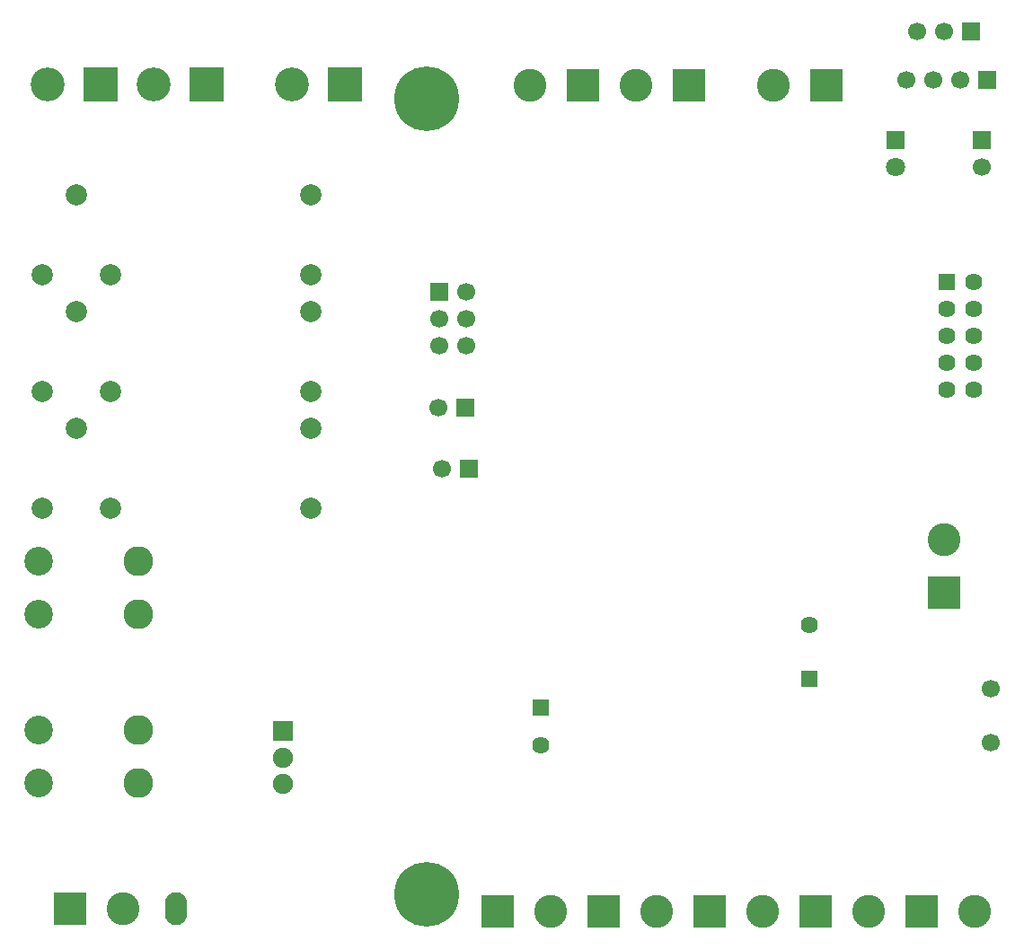
<source format=gbs>
G04*
G04 #@! TF.GenerationSoftware,Altium Limited,Altium Designer,18.1.7 (191)*
G04*
G04 Layer_Color=16711935*
%FSLAX24Y24*%
%MOIN*%
G70*
G01*
G75*
%ADD75R,0.0669X0.0669*%
%ADD76C,0.0669*%
%ADD77R,0.0669X0.0669*%
%ADD78C,0.0639*%
%ADD79R,0.0639X0.0639*%
%ADD80C,0.1220*%
%ADD81R,0.1220X0.1220*%
%ADD82C,0.0787*%
%ADD83C,0.1063*%
%ADD84O,0.0827X0.1220*%
%ADD85R,0.1220X0.1220*%
%ADD86C,0.0748*%
%ADD87R,0.0748X0.0748*%
%ADD88C,0.2402*%
%ADD127C,0.0710*%
%ADD128R,0.0710X0.0710*%
%ADD129R,0.1261X0.1261*%
%ADD130C,0.1261*%
%ADD131C,0.1104*%
D75*
X37461Y31053D02*
D03*
X37299Y33346D02*
D03*
X56689Y45502D02*
D03*
X56079Y47283D02*
D03*
D76*
X36461Y31053D02*
D03*
X36299Y33346D02*
D03*
X37333Y35614D02*
D03*
X36333D02*
D03*
X37333Y36614D02*
D03*
Y37614D02*
D03*
X36333Y36614D02*
D03*
X55689Y45502D02*
D03*
X53689D02*
D03*
X54689D02*
D03*
X56831Y20904D02*
D03*
Y22904D02*
D03*
X54079Y47283D02*
D03*
X55079D02*
D03*
X56486Y42278D02*
D03*
D77*
X36333Y37614D02*
D03*
X56486Y43278D02*
D03*
D78*
X55171Y36990D02*
D03*
Y33990D02*
D03*
Y34990D02*
D03*
X56171Y36990D02*
D03*
Y37990D02*
D03*
Y33990D02*
D03*
Y34990D02*
D03*
X55171Y35990D02*
D03*
X56171D02*
D03*
X40118Y20807D02*
D03*
X50089Y25268D02*
D03*
D79*
X55171Y37990D02*
D03*
X40118Y22185D02*
D03*
X50089Y23268D02*
D03*
D80*
X55089Y28425D02*
D03*
X24606Y14724D02*
D03*
X40482Y14646D02*
D03*
X52293D02*
D03*
X56230D02*
D03*
X44419D02*
D03*
X48356D02*
D03*
X48760Y45295D02*
D03*
X43652D02*
D03*
X39715D02*
D03*
D81*
X55089Y26457D02*
D03*
D82*
X31575Y41220D02*
D03*
Y38268D02*
D03*
X24134D02*
D03*
X22874Y41220D02*
D03*
X21614Y38268D02*
D03*
X31575Y32559D02*
D03*
Y29606D02*
D03*
X24134D02*
D03*
X22874Y32559D02*
D03*
X21614Y29606D02*
D03*
X31575Y36890D02*
D03*
Y33937D02*
D03*
X24134D02*
D03*
X22874Y36890D02*
D03*
X21614Y33937D02*
D03*
D83*
X21486Y25659D02*
D03*
Y27628D02*
D03*
Y19400D02*
D03*
Y21368D02*
D03*
D84*
X26575Y14724D02*
D03*
D85*
X22638D02*
D03*
X38514Y14646D02*
D03*
X50325D02*
D03*
X54262D02*
D03*
X42451D02*
D03*
X46388D02*
D03*
X50728Y45295D02*
D03*
X45620D02*
D03*
X41683D02*
D03*
D86*
X30551Y20344D02*
D03*
Y19360D02*
D03*
D87*
Y21329D02*
D03*
D88*
X35871Y15267D02*
D03*
Y44794D02*
D03*
D127*
X53297Y42278D02*
D03*
D128*
Y43278D02*
D03*
D129*
X32835Y45325D02*
D03*
X27707D02*
D03*
X23770D02*
D03*
D130*
X30866D02*
D03*
X25738D02*
D03*
X21801D02*
D03*
D131*
X25177Y21368D02*
D03*
Y19400D02*
D03*
Y27628D02*
D03*
Y25659D02*
D03*
M02*

</source>
